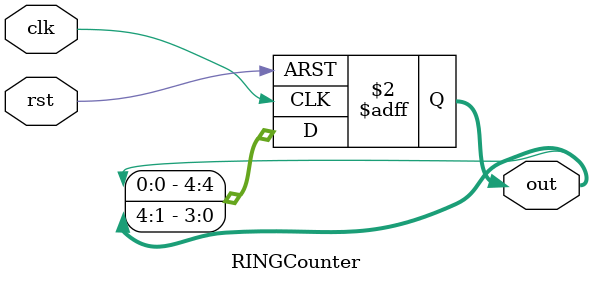
<source format=v>
module RINGCounter
    #(parameter width=5)
    (input clk,rst,output reg [width-1:0] out);
    always @(posedge clk or posedge rst) begin
        if (rst) out <= 5'b00001;
        else out<={out[0],out[width-1:1]};
    end        
endmodule

</source>
